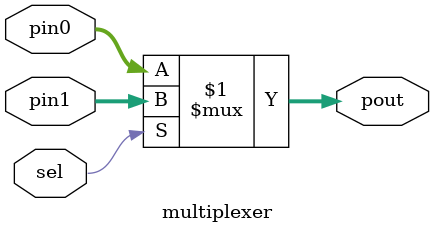
<source format=v>
module multiplexer#(parameter WIDTH=3)(pin0,pin1,sel, pout);
    input sel;
    input [WIDTH-1:0] pin0,pin1;
    output [WIDTH-1:0] pout;
    assign pout = sel ? pin1 : pin0;
endmodule
</source>
